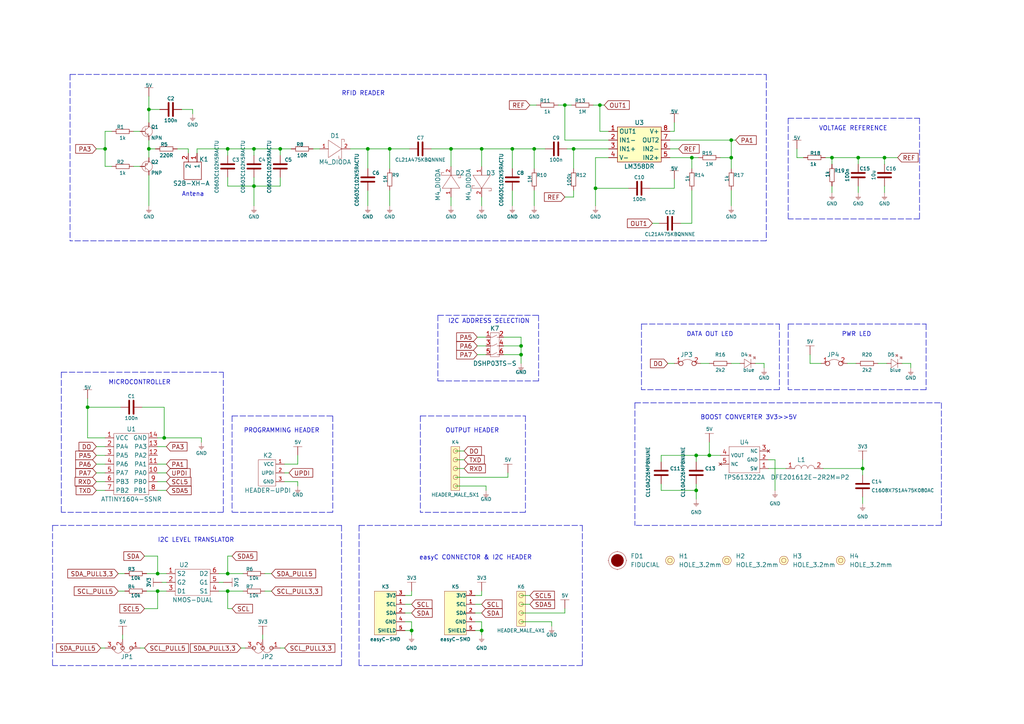
<source format=kicad_sch>
(kicad_sch (version 20211123) (generator eeschema)
  (paper "A4")
  (title_block (title "RFID Reader 125kHz") (date "05-04-2022") (rev "V1.0.0.") (company "SOLDERED") (comment 1 "333154"))
  (lib_symbols
    (symbol "e-radionica.com schematics:0402LED" (pin_numbers hide) (pin_names (offset 0.254) hide)
      (property "Reference" "D" (at -0.635 2.54 0))
      (property "Value" "0402LED" (at 0 -2.54 0))
      (symbol "0402LED_1_1"
        (pin passive line (at -1.905 0 0) (length 1.27) (name "A") (number "1"))
        (pin passive line (at 2.54 0 180) (length 1.27) (name "K") (number "2"))
      )
    )
    (symbol "e-radionica.com schematics:0402R" (pin_numbers hide) (pin_names (offset 0.254))
      (property "Reference" "R" (at -1.905 1.27 0))
      (property "Value" "0402R" (at 0 -1.27 0))
      (symbol "0402R_1_1"
        (pin passive line (at -3.175 0 0) (length 1.27) (name "~") (number "1"))
        (pin passive line (at 3.175 0 180) (length 1.27) (name "~") (number "2"))
      )
    )
    (symbol "e-radionica.com schematics:0603C" (pin_numbers hide) (pin_names (offset 0.002))
      (property "Reference" "C" (at -0.635 3.175 0))
      (property "Value" "0603C" (at 0 -3.175 0))
      (symbol "0603C_1_1"
        (pin passive line (at -3.175 0 0) (length 2.54) (name "~") (number "1"))
        (pin passive line (at 3.175 0 180) (length 2.54) (name "~") (number "2"))
      )
    )
    (symbol "e-radionica.com schematics:0603R" (pin_numbers hide) (pin_names (offset 0.254))
      (property "Reference" "R" (at -1.905 1.905 0))
      (property "Value" "0603R" (at 0 -1.905 0))
      (symbol "0603R_1_1"
        (pin passive line (at -3.175 0 0) (length 1.27) (name "~") (number "1"))
        (pin passive line (at 3.175 0 180) (length 1.27) (name "~") (number "2"))
      )
    )
    (symbol "e-radionica.com schematics:0805C" (pin_numbers hide)
      (property "Reference" "C" (at -0.635 3.175 0))
      (property "Value" "0805C" (at 0 -3.175 0))
      (symbol "0805C_1_1"
        (pin passive line (at -3.175 0 0) (length 2.54) (name "~") (number "1"))
        (pin passive line (at 3.175 0 180) (length 2.54) (name "~") (number "2"))
      )
    )
    (symbol "e-radionica.com schematics:0806L"
      (property "Reference" "L" (at 0 1.905 0))
      (property "Value" "0806L" (at 0 -1.27 0))
      (symbol "0806L_1_1"
        (pin passive line (at -5.715 0 0) (length 2.54) (name "") (number "1"))
        (pin passive line (at 5.08 0 180) (length 2.54) (name "") (number "2"))
      )
    )
    (symbol "e-radionica.com schematics:1206C" (pin_numbers hide)
      (property "Reference" "C" (at -0.635 3.175 0))
      (property "Value" "1206C" (at 0 -3.175 0))
      (symbol "1206C_1_1"
        (pin passive line (at -3.175 0 0) (length 2.54) (name "~") (number "1"))
        (pin passive line (at 3.175 0 180) (length 2.54) (name "~") (number "2"))
      )
    )
    (symbol "e-radionica.com schematics:3V3" (power) (pin_names (offset 0))
      (property "Value" "3V3" (at 0 3.556 0))
      (symbol "3V3_1_1"
        (pin power_in line (at 0 0 90) (length 0) hide (name "3V3") (number "1"))
      )
    )
    (symbol "e-radionica.com schematics:5V" (power) (pin_names (offset 0))
      (property "Value" "5V" (at 0 3.556 0))
      (symbol "5V_1_1"
        (pin power_in line (at 0 0 90) (length 0) hide (name "5V") (number "1"))
      )
    )
    (symbol "e-radionica.com schematics:ATTINY1604-SSNR"
      (property "Reference" "U" (at 0 10.16 0))
      (property "Value" "ATTINY1604-SSNR" (at 0 -10.16 0))
      (symbol "ATTINY1604-SSNR_1_1"
        (pin passive line (at -7.62 7.62 0) (length 2.54) (name "VCC") (number "1"))
        (pin passive line (at 7.62 -2.54 180) (length 2.54) (name "PA0") (number "10"))
        (pin passive line (at 7.62 0 180) (length 2.54) (name "PA1") (number "11"))
        (pin passive line (at 7.62 2.54 180) (length 2.54) (name "PA2") (number "12"))
        (pin passive line (at 7.62 5.08 180) (length 2.54) (name "PA3") (number "13"))
        (pin passive line (at 7.62 7.62 180) (length 2.54) (name "GND") (number "14"))
        (pin passive line (at -7.62 5.08 0) (length 2.54) (name "PA4") (number "2"))
        (pin passive line (at -7.62 2.54 0) (length 2.54) (name "PA5") (number "3"))
        (pin passive line (at -7.62 0 0) (length 2.54) (name "PA6") (number "4"))
        (pin passive line (at -7.62 -2.54 0) (length 2.54) (name "PA7") (number "5"))
        (pin passive line (at -7.62 -5.08 0) (length 2.54) (name "PB3") (number "6"))
        (pin passive line (at -7.62 -7.62 0) (length 2.54) (name "PB2") (number "7"))
        (pin passive line (at 7.62 -7.62 180) (length 2.54) (name "PB1") (number "8"))
        (pin passive line (at 7.62 -5.08 180) (length 2.54) (name "PB0") (number "9"))
      )
    )
    (symbol "e-radionica.com schematics:DSHP03TS-S"
      (property "Reference" "K" (at 0 5.08 0))
      (property "Value" "DSHP03TS-S" (at 0 -5.08 0))
      (symbol "DSHP03TS-S_1_1"
        (pin bidirectional line (at -2.54 2.54 0) (length 1.27) (name "~") (number "1"))
        (pin bidirectional line (at 2.54 2.54 180) (length 1.27) (name "~") (number "2"))
        (pin bidirectional line (at -2.54 0 0) (length 1.27) (name "~") (number "3"))
        (pin bidirectional line (at 2.54 0 180) (length 1.27) (name "~") (number "4"))
        (pin bidirectional line (at -2.54 -2.54 0) (length 1.27) (name "~") (number "5"))
        (pin bidirectional line (at 2.54 -2.54 180) (length 1.27) (name "~") (number "6"))
      )
    )
    (symbol "e-radionica.com schematics:FIDUCIAL" (in_bom no)
      (property "Reference" "FD" (at 0 3.81 0))
      (property "Value" "FIDUCIAL" (at 0 -3.81 0))
    )
    (symbol "e-radionica.com schematics:GND" (power) (pin_names (offset 0))
      (property "Value" "GND" (at 0 -2.921 0))
      (symbol "GND_1_1"
        (pin power_in line (at 0 0 270) (length 0) hide (name "GND") (number "1"))
      )
    )
    (symbol "e-radionica.com schematics:GND_3" (power) (pin_names (offset 0))
      (property "Value" "GND" (at 0 -2.921 0))
      (symbol "GND_3_1_1"
        (pin power_in line (at 0 0 270) (length 0) hide (name "GND") (number "1"))
      )
    )
    (symbol "e-radionica.com schematics:HEADER-UPDI"
      (property "Reference" "K" (at -1.27 5.08 0))
      (property "Value" "HEADER-UPDI" (at 0 -5.08 0))
      (symbol "HEADER-UPDI_1_1"
        (pin power_in line (at 5.08 2.54 180) (length 2.54) (name "VCC") (number "1"))
        (pin bidirectional line (at 5.08 0 180) (length 2.54) (name "UPDI") (number "2"))
        (pin power_in line (at 5.08 -2.54 180) (length 2.54) (name "GND") (number "3"))
      )
    )
    (symbol "e-radionica.com schematics:HEADER_MALE_4X1" (pin_numbers hide) (pin_names hide)
      (property "Reference" "K" (at -0.635 7.62 0))
      (property "Value" "HEADER_MALE_4X1" (at 0 -5.08 0))
      (symbol "HEADER_MALE_4X1_1_1"
        (pin passive line (at 0 -2.54 180) (length 0) (name "~") (number "1"))
        (pin passive line (at 0 0 180) (length 0) (name "~") (number "2"))
        (pin passive line (at 0 2.54 180) (length 0) (name "~") (number "3"))
        (pin passive line (at 0 5.08 180) (length 0) (name "~") (number "4"))
      )
    )
    (symbol "e-radionica.com schematics:HEADER_MALE_5X1" (pin_numbers hide) (pin_names hide)
      (property "Reference" "K" (at -0.635 7.62 0))
      (property "Value" "HEADER_MALE_5X1" (at 0.635 -7.62 0))
      (symbol "HEADER_MALE_5X1_1_1"
        (pin passive line (at 0 -5.08 180) (length 0) (name "~") (number "1"))
        (pin passive line (at 0 -2.54 180) (length 0) (name "~") (number "2"))
        (pin passive line (at 0 0 180) (length 0) (name "~") (number "3"))
        (pin passive line (at 0 2.54 180) (length 0) (name "~") (number "4"))
        (pin passive line (at 0 5.08 180) (length 0) (name "~") (number "5"))
      )
    )
    (symbol "e-radionica.com schematics:HOLE_3.2mm" (pin_numbers hide) (pin_names hide)
      (property "Reference" "H" (at 0 2.54 0))
      (property "Value" "HOLE_3.2mm" (at 0 -2.54 0))
    )
    (symbol "e-radionica.com schematics:LM358DR"
      (property "Reference" "U" (at 0 7.62 0))
      (property "Value" "LM358DR" (at 0 10.16 0))
      (symbol "LM358DR_1_1"
        (pin output line (at -10.16 3.81 0) (length 2.54) (name "OUT1") (number "1"))
        (pin input line (at -10.16 1.27 0) (length 2.54) (name "IN1-") (number "2"))
        (pin input line (at -10.16 -1.27 0) (length 2.54) (name "IN1+") (number "3"))
        (pin input line (at -10.16 -3.81 0) (length 2.54) (name "V-") (number "4"))
        (pin input line (at 7.62 -3.81 180) (length 2.54) (name "IN2+") (number "5"))
        (pin input line (at 7.62 -1.27 180) (length 2.54) (name "IN2-") (number "6"))
        (pin output line (at 7.62 1.27 180) (length 2.54) (name "OUT2") (number "7"))
        (pin input line (at 7.62 3.81 180) (length 2.54) (name "V+") (number "8"))
      )
    )
    (symbol "e-radionica.com schematics:M4_DIODA" (pin_names hide)
      (property "Reference" "D" (at 0 3.81 0))
      (property "Value" "M4_DIODA" (at 0 -4.572 0))
      (symbol "M4_DIODA_1_1"
        (pin passive line (at -5.08 0 0) (length 2.54) (name "A") (number "1"))
        (pin passive line (at 3.81 0 180) (length 2.54) (name "K") (number "2"))
      )
    )
    (symbol "e-radionica.com schematics:NMOS-DUAL"
      (property "Reference" "U" (at -3.81 5.08 0))
      (property "Value" "NMOS-DUAL" (at 0 -5.08 0))
      (symbol "NMOS-DUAL_1_1"
        (pin input line (at -7.62 2.54 0) (length 2.54) (name "S2") (number "1"))
        (pin input line (at -7.62 0 0) (length 2.54) (name "G2") (number "2"))
        (pin input line (at -7.62 -2.54 0) (length 2.54) (name "D1") (number "3"))
        (pin input line (at 7.62 -2.54 180) (length 2.54) (name "S1") (number "4"))
        (pin input line (at 7.62 0 180) (length 2.54) (name "G1") (number "5"))
        (pin input line (at 7.62 2.54 180) (length 2.54) (name "D2") (number "6"))
      )
    )
    (symbol "e-radionica.com schematics:NPN-SOT-23-3" (pin_numbers hide) (pin_names hide)
      (property "Reference" "Q" (at -2.286 2.921 0))
      (property "Value" "NPN-SOT-23-3" (at 0 -3.81 0))
      (symbol "NPN-SOT-23-3_1_1"
        (pin passive line (at -2.54 0 0) (length 1.27) (name "B") (number "1"))
        (pin passive line (at 0 -2.54 90) (length 1.27) (name "E") (number "2"))
        (pin passive line (at 0 2.54 270) (length 1.27) (name "C") (number "3"))
      )
    )
    (symbol "e-radionica.com schematics:PNP-SOT-23-3" (pin_numbers hide) (pin_names hide)
      (property "Reference" "Q" (at -1.778 2.4892 0))
      (property "Value" "PNP-SOT-23-3" (at -0.0508 -2.9464 0))
      (symbol "PNP-SOT-23-3_1_1"
        (pin passive line (at -2.54 0 0) (length 1.27) (name "B") (number "1"))
        (pin passive line (at 0 -2.54 90) (length 1.27) (name "E") (number "2"))
        (pin passive line (at 0 2.54 270) (length 1.27) (name "C") (number "3"))
      )
    )
    (symbol "e-radionica.com schematics:S2B-XH-A"
      (property "Reference" "K" (at 0 -3.81 0))
      (property "Value" "S2B-XH-A" (at 0 3.81 0))
      (symbol "S2B-XH-A_1_1"
        (pin input line (at -5.08 1.27 0) (length 2.54) (name "1") (number "1"))
        (pin input line (at -5.08 -1.27 0) (length 2.54) (name "2") (number "2"))
      )
    )
    (symbol "e-radionica.com schematics:SMD-JUMPER-CONNECTED_TRACE_SLODERMASK"
      (property "Reference" "JP" (at 0 3.556 0))
      (property "Value" "SMD-JUMPER-CONNECTED_TRACE_SLODERMASK" (at 0 -2.54 0))
      (symbol "SMD-JUMPER-CONNECTED_TRACE_SLODERMASK_1_1"
        (pin passive inverted (at -3.81 0 0) (length 2.54) (name "") (number "1"))
        (pin passive inverted (at 3.81 0 180) (length 2.54) (name "") (number "2"))
      )
    )
    (symbol "e-radionica.com schematics:SMD_JUMPER_3_PAD_TRACE"
      (property "Reference" "JP" (at 0.0254 5.461 0))
      (property "Value" "SMD_JUMPER_3_PAD_TRACE" (at 0.3048 -4.572 0))
      (symbol "SMD_JUMPER_3_PAD_TRACE_1_1"
        (pin input line (at -5.08 0 0) (length 2.54) (name "") (number "1"))
        (pin input line (at 0 -2.54 90) (length 2.54) (name "") (number "2"))
        (pin input line (at 5.08 0 180) (length 2.54) (name "") (number "3"))
      )
    )
    (symbol "e-radionica.com schematics:SMD_JUMPER_3_PAD_TRACE_1"
      (property "Reference" "JP" (at 0.0254 5.461 0))
      (property "Value" "SMD_JUMPER_3_PAD_TRACE" (at 0.3048 -4.572 0))
      (symbol "SMD_JUMPER_3_PAD_TRACE_1_1_1"
        (pin input line (at -5.08 0 0) (length 2.54) (name "") (number "1"))
        (pin input line (at 0 -2.54 90) (length 2.54) (name "") (number "2"))
        (pin input line (at 5.08 0 180) (length 2.54) (name "") (number "3"))
      )
    )
    (symbol "e-radionica.com schematics:TPS613222A"
      (property "Reference" "U" (at 0 5.08 0))
      (property "Value" "TPS613222A" (at 0 -5.08 0))
      (symbol "TPS613222A_1_1"
        (pin passive line (at 6.985 -2.54 180) (length 2.54) (name "SW") (number "1"))
        (pin passive line (at 6.985 0 180) (length 2.54) (name "GND") (number "2"))
        (pin no_connect line (at 6.985 2.54 180) (length 2.54) (name "NC") (number "3"))
        (pin passive line (at -6.985 1.27 0) (length 2.54) (name "VOUT") (number "4"))
        (pin no_connect line (at -6.985 -1.27 0) (length 2.54) (name "NC") (number "5"))
      )
    )
    (symbol "e-radionica.com schematics:easyC-SMD" (pin_names (offset 0.002))
      (property "Reference" "K" (at -2.54 10.16 0))
      (property "Value" "easyC-SMD" (at 0 -5.08 0))
      (symbol "easyC-SMD_1_1"
        (pin passive line (at 5.715 5.08 180) (length 2.54) (name "SCL") (number "1"))
        (pin passive line (at 5.715 2.54 180) (length 2.54) (name "SDA") (number "2"))
        (pin passive line (at 5.715 7.62 180) (length 2.54) (name "3V3") (number "3"))
        (pin passive line (at 5.715 0 180) (length 2.54) (name "GND") (number "4"))
        (pin passive line (at 5.715 -2.54 180) (length 2.54) (name "SHIELD") (number "5"))
      )
    )
  )
  (junction (at 248.92 45.72) (diameter 0.9144))
  (junction (at 30.48 43.18) (diameter 0.9144))
  (junction (at 163.83 30.48) (diameter 0.9144))
  (junction (at 73.66 53.975) (diameter 0.9144))
  (junction (at 139.7 182.88) (diameter 0.9144))
  (junction (at 73.66 43.18) (diameter 0.9144))
  (junction (at 139.7 43.18) (diameter 0.9144))
  (junction (at 200.66 45.72) (diameter 0.9144))
  (junction (at 148.59 43.18) (diameter 0.9144))
  (junction (at 172.72 54.61) (diameter 0.9144))
  (junction (at 66.04 171.45) (diameter 0.9144))
  (junction (at 166.37 43.18) (diameter 0.9144))
  (junction (at 45.72 171.45) (diameter 0.9144))
  (junction (at 201.93 132.08) (diameter 0.9144))
  (junction (at 205.74 132.08) (diameter 0.9144))
  (junction (at 119.38 182.88) (diameter 0.9144))
  (junction (at 151.13 100.33) (diameter 0.9144))
  (junction (at 43.18 43.18) (diameter 0.9144))
  (junction (at 81.28 43.18) (diameter 0.9144))
  (junction (at 66.04 166.37) (diameter 0.9144))
  (junction (at 25.4 118.11) (diameter 0.9144))
  (junction (at 201.93 142.24) (diameter 0.9144))
  (junction (at 45.72 166.37) (diameter 0.9144))
  (junction (at 241.3 45.72) (diameter 0.9144))
  (junction (at 256.54 45.72) (diameter 0.9144))
  (junction (at 250.19 135.89) (diameter 0.9144))
  (junction (at 212.09 40.64) (diameter 0.9144))
  (junction (at 43.18 31.75) (diameter 0.9144))
  (junction (at 47.625 127) (diameter 0.9144))
  (junction (at 106.68 43.18) (diameter 0.9144))
  (junction (at 113.03 43.18) (diameter 0.9144))
  (junction (at 173.99 30.48) (diameter 0.9144))
  (junction (at 130.81 43.18) (diameter 0.9144))
  (junction (at 151.13 102.87) (diameter 0.9144))
  (junction (at 154.94 43.18) (diameter 0.9144))
  (junction (at 212.09 45.72) (diameter 0.9144))
  (junction (at 66.04 43.18) (diameter 0.9144))
  (wire (pts (xy 201.93 140.335) (xy 201.93 142.24)))
  (wire (pts (xy 248.92 53.975) (xy 248.92 55.88)))
  (wire (pts (xy 45.72 171.45) (xy 48.26 171.45)))
  (wire (pts (xy 139.7 182.88) (xy 139.7 184.15)))
  (wire (pts (xy 191.77 140.335) (xy 191.77 142.24)))
  (wire (pts (xy 194.31 43.18) (xy 196.85 43.18)))
  (wire (pts (xy 166.37 43.18) (xy 166.37 48.895)))
  (polyline (pts (xy 184.15 116.84) (xy 184.15 152.4)) (stroke (width 0) (type dash)))
  (polyline (pts (xy 184.15 116.84) (xy 273.05 116.84)) (stroke (width 0) (type dash)))
  (polyline (pts (xy 273.05 116.84) (xy 273.05 152.4)) (stroke (width 0) (type dash)))
  (polyline (pts (xy 273.05 152.4) (xy 184.15 152.4)) (stroke (width 0) (type dash)))
  (wire (pts (xy 163.83 177.8) (xy 163.83 176.53)))
  (wire (pts (xy 146.05 97.79) (xy 151.13 97.79)))
  (wire (pts (xy 188.595 54.61) (xy 195.58 54.61)))
  (wire (pts (xy 195.58 52.07) (xy 195.58 54.61)))
  (wire (pts (xy 45.72 139.7) (xy 48.26 139.7)))
  (wire (pts (xy 160.02 180.34) (xy 160.02 181.61)))
  (wire (pts (xy 132.08 133.35) (xy 134.62 133.35)))
  (wire (pts (xy 151.13 172.72) (xy 153.67 172.72)))
  (wire (pts (xy 139.7 57.15) (xy 139.7 59.69)))
  (wire (pts (xy 57.15 43.18) (xy 57.15 44.45)))
  (wire (pts (xy 117.475 172.72) (xy 119.38 172.72)))
  (wire (pts (xy 117.475 182.88) (xy 119.38 182.88)))
  (wire (pts (xy 125.095 43.18) (xy 130.81 43.18)))
  (wire (pts (xy 137.795 182.88) (xy 139.7 182.88)))
  (wire (pts (xy 164.465 43.18) (xy 166.37 43.18)))
  (wire (pts (xy 166.37 43.18) (xy 176.53 43.18)))
  (wire (pts (xy 43.18 31.75) (xy 43.18 27.94)))
  (wire (pts (xy 46.355 31.75) (xy 43.18 31.75)))
  (wire (pts (xy 130.81 43.18) (xy 139.7 43.18)))
  (wire (pts (xy 130.81 48.26) (xy 130.81 43.18)))
  (wire (pts (xy 256.54 45.72) (xy 260.35 45.72)))
  (polyline (pts (xy 121.92 120.65) (xy 121.92 148.59)) (stroke (width 0) (type dash)))
  (polyline (pts (xy 121.92 120.65) (xy 152.4 120.65)) (stroke (width 0) (type dash)))
  (polyline (pts (xy 152.4 120.65) (xy 152.4 148.59)) (stroke (width 0) (type dash)))
  (polyline (pts (xy 152.4 148.59) (xy 121.92 148.59)) (stroke (width 0) (type dash)))
  (wire (pts (xy 66.04 51.435) (xy 66.04 53.975)))
  (wire (pts (xy 66.04 53.975) (xy 73.66 53.975)))
  (wire (pts (xy 201.93 133.985) (xy 201.93 132.08)))
  (wire (pts (xy 67.31 161.29) (xy 66.04 161.29)))
  (wire (pts (xy 52.705 31.75) (xy 55.88 31.75)))
  (wire (pts (xy 55.88 31.75) (xy 55.88 33.02)))
  (wire (pts (xy 191.77 142.24) (xy 201.93 142.24)))
  (wire (pts (xy 73.66 43.18) (xy 66.04 43.18)))
  (wire (pts (xy 81.28 43.18) (xy 73.66 43.18)))
  (wire (pts (xy 81.28 45.085) (xy 81.28 43.18)))
  (wire (pts (xy 34.29 171.45) (xy 36.195 171.45)))
  (wire (pts (xy 43.18 43.18) (xy 43.18 45.72)))
  (wire (pts (xy 151.13 102.87) (xy 151.13 105.41)))
  (polyline (pts (xy 127 91.44) (xy 156.21 91.44)) (stroke (width 0) (type dash)))
  (wire (pts (xy 117.475 180.34) (xy 119.38 180.34)))
  (wire (pts (xy 45.72 176.53) (xy 45.72 171.45)))
  (wire (pts (xy 51.435 43.18) (xy 54.61 43.18)))
  (wire (pts (xy 54.61 43.18) (xy 54.61 44.45)))
  (wire (pts (xy 148.59 55.245) (xy 148.59 59.69)))
  (wire (pts (xy 138.43 100.33) (xy 140.97 100.33)))
  (wire (pts (xy 151.13 177.8) (xy 163.83 177.8)))
  (wire (pts (xy 132.08 140.97) (xy 140.97 140.97)))
  (polyline (pts (xy 156.21 110.49) (xy 127 110.49)) (stroke (width 0) (type dash)))
  (polyline (pts (xy 268.605 93.98) (xy 268.605 113.03)) (stroke (width 0) (type dash)))
  (wire (pts (xy 66.04 171.45) (xy 70.485 171.45)))
  (wire (pts (xy 76.835 171.45) (xy 78.74 171.45)))
  (wire (pts (xy 138.43 102.87) (xy 140.97 102.87)))
  (polyline (pts (xy 226.06 113.03) (xy 186.055 113.03)) (stroke (width 0) (type dash)))
  (wire (pts (xy 163.83 57.15) (xy 166.37 57.15)))
  (wire (pts (xy 166.37 57.15) (xy 166.37 55.245)))
  (wire (pts (xy 43.18 40.64) (xy 43.18 43.18)))
  (wire (pts (xy 43.18 43.18) (xy 45.085 43.18)))
  (wire (pts (xy 73.66 53.975) (xy 73.66 59.69)))
  (wire (pts (xy 189.23 64.77) (xy 191.135 64.77)))
  (wire (pts (xy 234.95 105.41) (xy 234.95 102.87)))
  (wire (pts (xy 117.475 177.8) (xy 119.38 177.8)))
  (wire (pts (xy 139.7 180.34) (xy 139.7 182.88)))
  (wire (pts (xy 38.735 48.26) (xy 40.64 48.26)))
  (wire (pts (xy 25.4 115.57) (xy 25.4 118.11)))
  (wire (pts (xy 25.4 118.11) (xy 25.4 127)))
  (wire (pts (xy 132.08 130.81) (xy 134.62 130.81)))
  (wire (pts (xy 42.545 171.45) (xy 45.72 171.45)))
  (wire (pts (xy 90.805 43.18) (xy 92.71 43.18)))
  (wire (pts (xy 41.91 176.53) (xy 45.72 176.53)))
  (wire (pts (xy 27.94 129.54) (xy 30.48 129.54)))
  (wire (pts (xy 25.4 118.11) (xy 34.925 118.11)))
  (wire (pts (xy 43.18 50.8) (xy 43.18 59.69)))
  (wire (pts (xy 201.93 132.08) (xy 205.74 132.08)))
  (wire (pts (xy 40.64 187.96) (xy 41.91 187.96)))
  (wire (pts (xy 264.16 105.41) (xy 264.16 106.68)))
  (wire (pts (xy 137.795 175.26) (xy 139.7 175.26)))
  (wire (pts (xy 197.485 64.77) (xy 200.66 64.77)))
  (wire (pts (xy 66.04 176.53) (xy 66.04 171.45)))
  (wire (pts (xy 27.94 142.24) (xy 30.48 142.24)))
  (wire (pts (xy 250.19 144.145) (xy 250.19 146.05)))
  (wire (pts (xy 241.3 53.975) (xy 241.3 55.88)))
  (wire (pts (xy 212.09 40.64) (xy 212.09 45.72)))
  (wire (pts (xy 113.03 55.245) (xy 113.03 59.69)))
  (wire (pts (xy 154.94 55.245) (xy 154.94 59.69)))
  (wire (pts (xy 139.7 43.18) (xy 148.59 43.18)))
  (wire (pts (xy 148.59 43.18) (xy 154.94 43.18)))
  (wire (pts (xy 154.94 43.18) (xy 158.115 43.18)))
  (wire (pts (xy 119.38 172.72) (xy 119.38 171.45)))
  (wire (pts (xy 173.99 30.48) (xy 175.26 30.48)))
  (wire (pts (xy 106.68 55.245) (xy 106.68 59.69)))
  (wire (pts (xy 212.09 55.245) (xy 212.09 59.69)))
  (polyline (pts (xy 67.31 120.65) (xy 96.52 120.65)) (stroke (width 0) (type dash)))
  (polyline (pts (xy 268.605 113.03) (xy 228.6 113.03)) (stroke (width 0) (type dash)))
  (wire (pts (xy 208.915 45.72) (xy 212.09 45.72)))
  (wire (pts (xy 212.09 45.72) (xy 212.09 48.895)))
  (wire (pts (xy 45.72 166.37) (xy 48.26 166.37)))
  (wire (pts (xy 76.835 166.37) (xy 78.74 166.37)))
  (wire (pts (xy 221.615 105.41) (xy 219.075 105.41)))
  (wire (pts (xy 238.76 135.89) (xy 250.19 135.89)))
  (wire (pts (xy 212.09 105.41) (xy 214.63 105.41)))
  (polyline (pts (xy 186.055 93.98) (xy 226.06 93.98)) (stroke (width 0) (type dash)))
  (wire (pts (xy 148.59 43.18) (xy 148.59 48.895)))
  (polyline (pts (xy 186.055 93.98) (xy 186.055 113.03)) (stroke (width 0) (type dash)))
  (wire (pts (xy 38.735 38.1) (xy 40.64 38.1)))
  (wire (pts (xy 132.08 135.89) (xy 134.62 135.89)))
  (wire (pts (xy 73.66 51.435) (xy 73.66 53.975)))
  (wire (pts (xy 137.795 180.34) (xy 139.7 180.34)))
  (wire (pts (xy 101.6 43.18) (xy 106.68 43.18)))
  (wire (pts (xy 106.68 43.18) (xy 113.03 43.18)))
  (wire (pts (xy 201.93 142.24) (xy 201.93 144.78)))
  (wire (pts (xy 119.38 182.88) (xy 119.38 184.15)))
  (wire (pts (xy 191.77 132.08) (xy 201.93 132.08)))
  (wire (pts (xy 151.13 97.79) (xy 151.13 100.33)))
  (wire (pts (xy 45.72 161.29) (xy 45.72 166.37)))
  (wire (pts (xy 119.38 180.34) (xy 119.38 182.88)))
  (wire (pts (xy 137.795 172.72) (xy 139.7 172.72)))
  (wire (pts (xy 200.66 55.245) (xy 200.66 64.77)))
  (wire (pts (xy 154.94 43.18) (xy 154.94 48.895)))
  (wire (pts (xy 245.745 105.41) (xy 248.285 105.41)))
  (wire (pts (xy 69.85 187.96) (xy 71.12 187.96)))
  (polyline (pts (xy 20.32 21.59) (xy 20.32 69.85)) (stroke (width 0) (type dash)))
  (polyline (pts (xy 20.32 21.59) (xy 222.25 21.59)) (stroke (width 0) (type dash)))
  (polyline (pts (xy 222.25 21.59) (xy 222.25 69.85)) (stroke (width 0) (type dash)))
  (polyline (pts (xy 222.25 69.85) (xy 20.32 69.85)) (stroke (width 0) (type dash)))
  (wire (pts (xy 34.29 166.37) (xy 36.195 166.37)))
  (wire (pts (xy 41.91 161.29) (xy 45.72 161.29)))
  (wire (pts (xy 153.67 30.48) (xy 155.575 30.48)))
  (wire (pts (xy 46.99 168.91) (xy 48.26 168.91)))
  (wire (pts (xy 248.92 45.72) (xy 248.92 47.625)))
  (polyline (pts (xy 226.06 93.98) (xy 226.06 113.03)) (stroke (width 0) (type dash)))
  (wire (pts (xy 63.5 171.45) (xy 66.04 171.45)))
  (wire (pts (xy 208.915 132.08) (xy 205.74 132.08)))
  (wire (pts (xy 254.635 105.41) (xy 257.175 105.41)))
  (wire (pts (xy 35.56 184.15) (xy 35.56 185.42)))
  (wire (pts (xy 250.19 133.35) (xy 250.19 135.89)))
  (wire (pts (xy 138.43 97.79) (xy 140.97 97.79)))
  (wire (pts (xy 193.675 105.41) (xy 195.58 105.41)))
  (wire (pts (xy 132.08 138.43) (xy 147.32 138.43)))
  (wire (pts (xy 27.94 139.7) (xy 30.48 139.7)))
  (wire (pts (xy 106.68 43.18) (xy 106.68 48.895)))
  (wire (pts (xy 82.55 139.7) (xy 86.36 139.7)))
  (wire (pts (xy 86.36 139.7) (xy 86.36 140.97)))
  (wire (pts (xy 113.03 43.18) (xy 113.03 48.895)))
  (wire (pts (xy 76.2 184.15) (xy 76.2 185.42)))
  (wire (pts (xy 81.28 187.96) (xy 82.55 187.96)))
  (wire (pts (xy 256.54 53.975) (xy 256.54 55.88)))
  (wire (pts (xy 172.72 54.61) (xy 182.245 54.61)))
  (wire (pts (xy 137.795 177.8) (xy 139.7 177.8)))
  (wire (pts (xy 195.58 35.56) (xy 195.58 38.1)))
  (wire (pts (xy 195.58 38.1) (xy 194.31 38.1)))
  (wire (pts (xy 63.5 166.37) (xy 66.04 166.37)))
  (wire (pts (xy 57.15 43.18) (xy 66.04 43.18)))
  (wire (pts (xy 66.04 45.085) (xy 66.04 43.18)))
  (wire (pts (xy 73.66 53.975) (xy 81.28 53.975)))
  (wire (pts (xy 81.28 51.435) (xy 81.28 53.975)))
  (wire (pts (xy 63.5 168.91) (xy 64.77 168.91)))
  (polyline (pts (xy 228.6 93.98) (xy 228.6 113.03)) (stroke (width 0) (type dash)))
  (wire (pts (xy 221.615 105.41) (xy 221.615 106.68)))
  (wire (pts (xy 27.94 134.62) (xy 30.48 134.62)))
  (wire (pts (xy 146.05 102.87) (xy 151.13 102.87)))
  (polyline (pts (xy 67.31 120.65) (xy 67.31 148.59)) (stroke (width 0) (type dash)))
  (polyline (pts (xy 15.24 152.4) (xy 15.24 193.04)) (stroke (width 0) (type dash)))
  (polyline (pts (xy 15.24 152.4) (xy 99.06 152.4)) (stroke (width 0) (type dash)))
  (polyline (pts (xy 99.06 152.4) (xy 99.06 193.04)) (stroke (width 0) (type dash)))
  (polyline (pts (xy 99.06 193.04) (xy 15.24 193.04)) (stroke (width 0) (type dash)))
  (polyline (pts (xy 127 91.44) (xy 127 110.49)) (stroke (width 0) (type dash)))
  (wire (pts (xy 139.7 48.26) (xy 139.7 43.18)))
  (wire (pts (xy 82.55 134.62) (xy 86.36 134.62)))
  (wire (pts (xy 86.36 134.62) (xy 86.36 132.08)))
  (wire (pts (xy 239.395 45.72) (xy 241.3 45.72)))
  (wire (pts (xy 241.3 45.72) (xy 248.92 45.72)))
  (wire (pts (xy 248.92 45.72) (xy 256.54 45.72)))
  (wire (pts (xy 256.54 45.72) (xy 256.54 47.625)))
  (wire (pts (xy 151.13 175.26) (xy 153.67 175.26)))
  (wire (pts (xy 30.48 38.1) (xy 30.48 43.18)))
  (wire (pts (xy 30.48 43.18) (xy 30.48 48.26)))
  (wire (pts (xy 30.48 48.26) (xy 32.385 48.26)))
  (wire (pts (xy 32.385 38.1) (xy 30.48 38.1)))
  (wire (pts (xy 66.04 161.29) (xy 66.04 166.37)))
  (wire (pts (xy 45.72 127) (xy 47.625 127)))
  (wire (pts (xy 47.625 127) (xy 58.42 127)))
  (wire (pts (xy 58.42 127) (xy 58.42 128.27)))
  (wire (pts (xy 81.28 43.18) (xy 84.455 43.18)))
  (wire (pts (xy 151.13 100.33) (xy 151.13 102.87)))
  (wire (pts (xy 45.72 134.62) (xy 48.26 134.62)))
  (wire (pts (xy 151.13 180.34) (xy 160.02 180.34)))
  (wire (pts (xy 222.885 135.89) (xy 227.965 135.89)))
  (wire (pts (xy 27.94 132.08) (xy 30.48 132.08)))
  (polyline (pts (xy 17.78 107.95) (xy 17.78 148.59)) (stroke (width 0) (type dash)))
  (polyline (pts (xy 17.78 107.95) (xy 64.77 107.95)) (stroke (width 0) (type dash)))
  (polyline (pts (xy 64.77 107.95) (xy 64.77 148.59)) (stroke (width 0) (type dash)))
  (polyline (pts (xy 64.77 148.59) (xy 17.78 148.59)) (stroke (width 0) (type dash)))
  (wire (pts (xy 200.66 45.72) (xy 200.66 48.895)))
  (wire (pts (xy 66.04 166.37) (xy 70.485 166.37)))
  (wire (pts (xy 43.18 31.75) (xy 43.18 35.56)))
  (wire (pts (xy 113.03 43.18) (xy 118.745 43.18)))
  (polyline (pts (xy 96.52 148.59) (xy 67.31 148.59)) (stroke (width 0) (type dash)))
  (wire (pts (xy 140.97 140.97) (xy 140.97 142.24)))
  (wire (pts (xy 146.05 100.33) (xy 151.13 100.33)))
  (wire (pts (xy 205.74 128.27) (xy 205.74 132.08)))
  (wire (pts (xy 73.66 43.18) (xy 73.66 45.085)))
  (wire (pts (xy 173.99 30.48) (xy 172.085 30.48)))
  (wire (pts (xy 173.99 38.1) (xy 173.99 30.48)))
  (wire (pts (xy 176.53 38.1) (xy 173.99 38.1)))
  (wire (pts (xy 241.3 45.72) (xy 241.3 47.625)))
  (wire (pts (xy 45.72 137.16) (xy 48.26 137.16)))
  (wire (pts (xy 161.925 30.48) (xy 163.83 30.48)))
  (wire (pts (xy 163.83 40.64) (xy 163.83 30.48)))
  (wire (pts (xy 176.53 40.64) (xy 163.83 40.64)))
  (wire (pts (xy 191.77 133.985) (xy 191.77 132.08)))
  (wire (pts (xy 42.545 166.37) (xy 45.72 166.37)))
  (wire (pts (xy 212.09 40.64) (xy 213.36 40.64)))
  (wire (pts (xy 82.55 137.16) (xy 83.82 137.16)))
  (wire (pts (xy 30.48 127) (xy 25.4 127)))
  (wire (pts (xy 194.31 40.64) (xy 212.09 40.64)))
  (wire (pts (xy 194.31 45.72) (xy 200.66 45.72)))
  (wire (pts (xy 200.66 45.72) (xy 202.565 45.72)))
  (polyline (pts (xy 156.21 91.44) (xy 156.21 110.49)) (stroke (width 0) (type dash)))
  (wire (pts (xy 172.72 45.72) (xy 172.72 54.61)))
  (wire (pts (xy 172.72 54.61) (xy 172.72 59.69)))
  (wire (pts (xy 176.53 45.72) (xy 172.72 45.72)))
  (wire (pts (xy 45.72 129.54) (xy 48.26 129.54)))
  (wire (pts (xy 67.31 176.53) (xy 66.04 176.53)))
  (wire (pts (xy 163.83 30.48) (xy 165.735 30.48)))
  (wire (pts (xy 45.72 142.24) (xy 48.26 142.24)))
  (wire (pts (xy 139.7 172.72) (xy 139.7 171.45)))
  (wire (pts (xy 222.885 133.35) (xy 224.79 133.35)))
  (polyline (pts (xy 228.6 34.29) (xy 228.6 63.5)) (stroke (width 0) (type dash)))
  (polyline (pts (xy 228.6 34.29) (xy 266.7 34.29)) (stroke (width 0) (type dash)))
  (polyline (pts (xy 266.7 34.29) (xy 266.7 63.5)) (stroke (width 0) (type dash)))
  (polyline (pts (xy 266.7 63.5) (xy 228.6 63.5)) (stroke (width 0) (type dash)))
  (wire (pts (xy 41.275 118.11) (xy 47.625 118.11)))
  (wire (pts (xy 47.625 118.11) (xy 47.625 127)))
  (wire (pts (xy 234.95 105.41) (xy 238.125 105.41)))
  (polyline (pts (xy 228.6 93.98) (xy 268.605 93.98)) (stroke (width 0) (type dash)))
  (wire (pts (xy 27.94 43.18) (xy 30.48 43.18)))
  (wire (pts (xy 264.16 105.41) (xy 261.62 105.41)))
  (wire (pts (xy 203.2 105.41) (xy 205.74 105.41)))
  (wire (pts (xy 117.475 175.26) (xy 119.38 175.26)))
  (wire (pts (xy 147.32 138.43) (xy 147.32 137.16)))
  (wire (pts (xy 130.81 57.15) (xy 130.81 59.69)))
  (wire (pts (xy 27.94 137.16) (xy 30.48 137.16)))
  (wire (pts (xy 29.21 187.96) (xy 30.48 187.96)))
  (wire (pts (xy 231.14 45.72) (xy 231.14 43.18)))
  (wire (pts (xy 233.045 45.72) (xy 231.14 45.72)))
  (polyline (pts (xy 104.14 152.4) (xy 104.14 193.04)) (stroke (width 0) (type dash)))
  (polyline (pts (xy 104.14 152.4) (xy 168.91 152.4)) (stroke (width 0) (type dash)))
  (polyline (pts (xy 168.91 152.4) (xy 168.91 193.04)) (stroke (width 0) (type dash)))
  (polyline (pts (xy 168.91 193.04) (xy 104.14 193.04)) (stroke (width 0) (type dash)))
  (wire (pts (xy 224.79 133.35) (xy 224.79 142.24)))
  (polyline (pts (xy 96.52 120.65) (xy 96.52 148.59)) (stroke (width 0) (type dash)))
  (wire (pts (xy 250.19 135.89) (xy 250.19 137.795)))
  (text "I2C LEVEL TRANSLATOR" (at 67.945 157.48 180) (effects (font (size 1.27 1.27)) (justify right bottom)))
  (text "easyC CONNECTOR & I2C HEADER\n" (at 154.305 162.56 180) (effects (font (size 1.27 1.27)) (justify right bottom)))
  (text "OUTPUT HEADER" (at 144.78 125.73 180) (effects (font (size 1.27 1.27)) (justify right bottom)))
  (text "VOLTAGE REFERENCE" (at 237.49 38.1 0) (effects (font (size 1.27 1.27)) (justify left bottom)))
  (text "I2C ADDRESS SELECTION" (at 153.67 93.98 180) (effects (font (size 1.27 1.27)) (justify right bottom)))
  (text "DATA OUT LED" (at 212.725 97.79 180) (effects (font (size 1.27 1.27)) (justify right bottom)))
  (text "RFID READER" (at 99.06 27.94 0) (effects (font (size 1.27 1.27)) (justify left bottom)))
  (text "Antena" (at 52.705 57.15 0) (effects (font (size 1.27 1.27)) (justify left bottom)))
  (text "PROGRAMMING HEADER" (at 92.71 125.73 180) (effects (font (size 1.27 1.27)) (justify right bottom)))
  (text "BOOST CONVERTER 3V3>>5V" (at 231.14 121.92 180) (effects (font (size 1.27 1.27)) (justify right bottom)))
  (text "MICROCONTROLLER" (at 49.53 111.76 180) (effects (font (size 1.27 1.27)) (justify right bottom)))
  (text "PWR LED" (at 252.73 97.79 180) (effects (font (size 1.27 1.27)) (justify right bottom)))
  (global_label "SDA" (shape input) (at 41.91 161.29 180) (property "Intersheet References" "${INTERSHEET_REFS}" (effects hide)))
  (global_label "SCL" (shape input) (at 67.31 176.53 0) (property "Intersheet References" "${INTERSHEET_REFS}" (effects hide)))
  (global_label "TXD" (shape input) (at 134.62 133.35 0) (property "Intersheet References" "${INTERSHEET_REFS}" (effects hide)))
  (global_label "SDA_PULL5" (shape input) (at 29.21 187.96 180) (property "Intersheet References" "${INTERSHEET_REFS}" (effects hide)))
  (global_label "SCL_PULL5" (shape input) (at 34.29 171.45 180) (property "Intersheet References" "${INTERSHEET_REFS}" (effects hide)))
  (global_label "REF" (shape input) (at 163.83 57.15 180) (property "Intersheet References" "${INTERSHEET_REFS}" (effects hide)))
  (global_label "SDA_PULL3,3" (shape input) (at 69.85 187.96 180) (property "Intersheet References" "${INTERSHEET_REFS}" (effects hide)))
  (global_label "SCL_PULL3,3" (shape input) (at 82.55 187.96 0) (property "Intersheet References" "${INTERSHEET_REFS}" (effects hide)))
  (global_label "OUT1" (shape input) (at 189.23 64.77 180) (property "Intersheet References" "${INTERSHEET_REFS}" (effects hide)))
  (global_label "UPDI" (shape input) (at 48.26 137.16 0) (property "Intersheet References" "${INTERSHEET_REFS}" (effects hide)))
  (global_label "UPDI" (shape input) (at 83.82 137.16 0) (property "Intersheet References" "${INTERSHEET_REFS}" (effects hide)))
  (global_label "SCL5" (shape input) (at 153.67 172.72 0) (property "Intersheet References" "${INTERSHEET_REFS}" (effects hide)))
  (global_label "SDA" (shape input) (at 119.38 177.8 0) (property "Intersheet References" "${INTERSHEET_REFS}" (effects hide)))
  (global_label "PA5" (shape input) (at 138.43 97.79 180) (property "Intersheet References" "${INTERSHEET_REFS}" (effects hide)))
  (global_label "PA1" (shape input) (at 213.36 40.64 0) (property "Intersheet References" "${INTERSHEET_REFS}" (effects hide)))
  (global_label "PA6" (shape input) (at 27.94 134.62 180) (property "Intersheet References" "${INTERSHEET_REFS}" (effects hide)))
  (global_label "DO" (shape input) (at 27.94 129.54 180) (property "Intersheet References" "${INTERSHEET_REFS}" (effects hide)))
  (global_label "SCL" (shape input) (at 139.7 175.26 0) (property "Intersheet References" "${INTERSHEET_REFS}" (effects hide)))
  (global_label "SCL5" (shape input) (at 48.26 139.7 0) (property "Intersheet References" "${INTERSHEET_REFS}" (effects hide)))
  (global_label "PA3" (shape input) (at 48.26 129.54 0) (property "Intersheet References" "${INTERSHEET_REFS}" (effects hide)))
  (global_label "PA3" (shape input) (at 27.94 43.18 180) (property "Intersheet References" "${INTERSHEET_REFS}" (effects hide)))
  (global_label "PA6" (shape input) (at 138.43 100.33 180) (property "Intersheet References" "${INTERSHEET_REFS}" (effects hide)))
  (global_label "SDA5" (shape input) (at 153.67 175.26 0) (property "Intersheet References" "${INTERSHEET_REFS}" (effects hide)))
  (global_label "PA1" (shape input) (at 48.26 134.62 0) (property "Intersheet References" "${INTERSHEET_REFS}" (effects hide)))
  (global_label "SDA_PULL3,3" (shape input) (at 34.29 166.37 180) (property "Intersheet References" "${INTERSHEET_REFS}" (effects hide)))
  (global_label "RXD" (shape input) (at 27.94 139.7 180) (property "Intersheet References" "${INTERSHEET_REFS}" (effects hide)))
  (global_label "REF" (shape input) (at 196.85 43.18 0) (property "Intersheet References" "${INTERSHEET_REFS}" (effects hide)))
  (global_label "SCL_PULL3,3" (shape input) (at 78.74 171.45 0) (property "Intersheet References" "${INTERSHEET_REFS}" (effects hide)))
  (global_label "REF" (shape input) (at 153.67 30.48 180) (property "Intersheet References" "${INTERSHEET_REFS}" (effects hide)))
  (global_label "SCL_PULL5" (shape input) (at 41.91 187.96 0) (property "Intersheet References" "${INTERSHEET_REFS}" (effects hide)))
  (global_label "PA7" (shape input) (at 138.43 102.87 180) (property "Intersheet References" "${INTERSHEET_REFS}" (effects hide)))
  (global_label "DO" (shape input) (at 193.675 105.41 180) (property "Intersheet References" "${INTERSHEET_REFS}" (effects hide)))
  (global_label "SDA_PULL5" (shape input) (at 78.74 166.37 0) (property "Intersheet References" "${INTERSHEET_REFS}" (effects hide)))
  (global_label "SCL5" (shape input) (at 41.91 176.53 180) (property "Intersheet References" "${INTERSHEET_REFS}" (effects hide)))
  (global_label "TXD" (shape input) (at 27.94 142.24 180) (property "Intersheet References" "${INTERSHEET_REFS}" (effects hide)))
  (global_label "REF" (shape input) (at 260.35 45.72 0) (property "Intersheet References" "${INTERSHEET_REFS}" (effects hide)))
  (global_label "SDA5" (shape input) (at 48.26 142.24 0) (property "Intersheet References" "${INTERSHEET_REFS}" (effects hide)))
  (global_label "RXD" (shape input) (at 134.62 135.89 0) (property "Intersheet References" "${INTERSHEET_REFS}" (effects hide)))
  (global_label "SDA" (shape input) (at 139.7 177.8 0) (property "Intersheet References" "${INTERSHEET_REFS}" (effects hide)))
  (global_label "PA7" (shape input) (at 27.94 137.16 180) (property "Intersheet References" "${INTERSHEET_REFS}" (effects hide)))
  (global_label "DO" (shape input) (at 134.62 130.81 0) (property "Intersheet References" "${INTERSHEET_REFS}" (effects hide)))
  (global_label "SCL" (shape input) (at 119.38 175.26 0) (property "Intersheet References" "${INTERSHEET_REFS}" (effects hide)))
  (global_label "SDA5" (shape input) (at 67.31 161.29 0) (property "Intersheet References" "${INTERSHEET_REFS}" (effects hide)))
  (global_label "OUT1" (shape input) (at 175.26 30.48 0) (property "Intersheet References" "${INTERSHEET_REFS}" (effects hide)))
  (global_label "PA5" (shape input) (at 27.94 132.08 180) (property "Intersheet References" "${INTERSHEET_REFS}" (effects hide)))
  (symbol (lib_id "e-radionica.com schematics:easyC-SMD") (at 111.76 180.34 0) (unit 1)
    (property "Reference" "K3" (at 111.76 170.18 0) (effects (font (size 1 1))))
    (property "Value" "easyC-SMD" (at 111.76 185.42 0) (effects (font (size 1 1))))
    (property "Footprint" "e-radionica.com footprinti:easyC-connector" (effects hide))
  )
  (symbol (lib_id "e-radionica.com schematics:0603C") (at 49.53 31.75 0) (unit 1)
    (property "Reference" "C2" (at 49.53 28.575 0) (effects (font (size 1 1))))
    (property "Value" "100n" (at 49.53 34.925 0) (effects (font (size 1 1))))
    (property "Footprint" "e-radionica.com footprinti:0603C" (effects hide))
  )
  (symbol (lib_id "e-radionica.com schematics:0603R") (at 212.09 52.07 90) (unit 1)
    (property "Reference" "R17" (at 212.725 50.8 90) (effects (font (size 1 1)) (justify right)))
    (property "Value" "1k" (at 210.82 50.8 0) (effects (font (size 1 1)) (justify right)))
    (property "Footprint" "e-radionica.com footprinti:0603R" (effects hide))
  )
  (symbol (lib_id "e-radionica.com schematics:5V") (at 147.32 137.16 0) (unit 1)
    (property "Reference" "#PWR022" (effects hide))
    (property "Value" "5V" (at 147.32 133.35 0) (effects (font (size 1 1))))
  )
  (symbol (lib_id "e-radionica.com schematics:0402LED") (at 216.535 105.41 0) (unit 1)
    (property "Reference" "D4" (at 215.9 102.87 0) (effects (font (size 1 1))))
    (property "Value" "blue" (at 217.17 107.315 0) (effects (font (size 1 1))))
    (property "Footprint" "e-radionica.com footprinti:0402LED" (effects hide))
  )
  (symbol (lib_id "e-radionica.com schematics:5V") (at 205.74 128.27 0) (unit 1)
    (property "Reference" "#PWR031" (effects hide))
    (property "Value" "5V" (at 205.74 124.46 0) (effects (font (size 1 1))))
  )
  (symbol (lib_id "e-radionica.com schematics:0805C") (at 191.77 137.16 90) (unit 1)
    (property "Reference" "C11" (at 194.31 135.89 90) (effects (font (size 1 1)) (justify right)))
    (property "Value" "CL10A226MP8NUNE" (at 187.96 129.54 0) (effects (font (size 1 1)) (justify right)))
    (property "Footprint" "e-radionica.com footprinti:0805C" (effects hide))
  )
  (symbol (lib_id "e-radionica.com schematics:GND") (at 55.88 33.02 0) (unit 1)
    (property "Reference" "#PWR06" (effects hide))
    (property "Value" "GND" (at 55.88 36.195 0) (effects (font (size 1 1))))
  )
  (symbol (lib_id "e-radionica.com schematics:GND") (at 160.02 181.61 0) (unit 1)
    (property "Reference" "#PWR025" (effects hide))
    (property "Value" "GND" (at 160.02 184.15 0) (effects (font (size 1 1))))
  )
  (symbol (lib_id "e-radionica.com schematics:HEADER_MALE_4X1") (at 151.13 177.8 0) (unit 1)
    (property "Reference" "K6" (at 151.13 170.18 0) (effects (font (size 1 1))))
    (property "Value" "HEADER_MALE_4X1" (at 151.13 182.88 0) (effects (font (size 1 1))))
    (property "Footprint" "e-radionica.com footprinti:HEADER_MALE_4X1" (effects hide))
  )
  (symbol (lib_id "e-radionica.com schematics:HOLE_3.2mm") (at 194.31 162.56 0) (unit 1)
    (property "Reference" "H1" (at 196.85 161.29 0) (effects (justify left)))
    (property "Value" "HOLE_3.2mm" (at 196.85 163.83 0) (effects (justify left)))
    (property "Footprint" "e-radionica.com footprinti:HOLE_3.2mm" (effects hide))
  )
  (symbol (lib_id "e-radionica.com schematics:0603R") (at 35.56 38.1 0) (unit 1)
    (property "Reference" "R1" (at 34.925 36.83 0) (effects (font (size 1 1))))
    (property "Value" "1k" (at 35.56 40.005 0) (effects (font (size 1 1))))
    (property "Footprint" "e-radionica.com footprinti:0603R" (effects hide))
  )
  (symbol (lib_id "e-radionica.com schematics:SMD-JUMPER-CONNECTED_TRACE_SLODERMASK") (at 199.39 105.41 0) (unit 1)
    (property "Reference" "JP3" (at 199.136 102.87 0))
    (property "Value" "SMD-JUMPER-CONNECTED_TRACE_SLODERMASK" (effects hide))
    (property "Footprint" "e-radionica.com footprinti:SMD-JUMPER-CONNECTED_TRACE_SLODERMASK" (effects hide))
  )
  (symbol (lib_id "e-radionica.com schematics:0603R") (at 73.66 166.37 0) (unit 1)
    (property "Reference" "R6" (at 72.39 165.1 0) (effects (font (size 1 1))))
    (property "Value" "10k" (at 73.66 167.64 0) (effects (font (size 1 1))))
    (property "Footprint" "e-radionica.com footprinti:0603R" (effects hide))
  )
  (symbol (lib_id "e-radionica.com schematics:5V") (at 86.36 132.08 0) (unit 1)
    (property "Reference" "#PWR011" (effects hide))
    (property "Value" "5V" (at 86.36 128.27 0) (effects (font (size 1 1))))
  )
  (symbol (lib_id "e-radionica.com schematics:0806L") (at 233.68 135.89 0) (unit 1)
    (property "Reference" "L1" (at 232.41 133.35 0))
    (property "Value" "DFE201612E-2R2M=P2" (at 234.95 138.43 0))
    (property "Footprint" "e-radionica.com footprinti:0806L" (effects hide))
  )
  (symbol (lib_id "e-radionica.com schematics:0603C") (at 185.42 54.61 0) (unit 1)
    (property "Reference" "C10" (at 185.42 51.435 0) (effects (font (size 1 1))))
    (property "Value" "100n" (at 185.42 57.785 0) (effects (font (size 1 1))))
    (property "Footprint" "e-radionica.com footprinti:0603C" (effects hide))
  )
  (symbol (lib_id "e-radionica.com schematics:HEADER-UPDI") (at 77.47 137.16 0) (unit 1)
    (property "Reference" "K2" (at 77.6603 132.08 0))
    (property "Value" "HEADER-UPDI" (at 77.6603 142.24 0))
    (property "Footprint" "e-radionica.com footprinti:HEADER-UPDI" (effects hide))
  )
  (symbol (lib_id "e-radionica.com schematics:M4_DIODA") (at 97.79 43.18 0) (unit 1)
    (property "Reference" "D1" (at 97.155 39.37 0))
    (property "Value" "M4_DIODA" (at 97.155 46.99 0))
    (property "Footprint" "e-radionica.com footprinti:M4_DIODA" (effects hide))
  )
  (symbol (lib_id "e-radionica.com schematics:0603R") (at 236.22 45.72 180) (unit 1)
    (property "Reference" "R18" (at 234.95 44.45 0) (effects (font (size 1 1)) (justify right)))
    (property "Value" "1k" (at 234.95 47.625 0) (effects (font (size 1 1)) (justify right)))
    (property "Footprint" "e-radionica.com footprinti:0603R" (effects hide))
  )
  (symbol (lib_id "e-radionica.com schematics:0603C") (at 148.59 52.07 90) (unit 1)
    (property "Reference" "C8" (at 149.86 50.165 90) (effects (font (size 1 1)) (justify right)))
    (property "Value" "C0603C102K5RACTU" (at 145.415 44.45 0) (effects (font (size 1 1)) (justify right)))
    (property "Footprint" "e-radionica.com footprinti:0603C" (effects hide))
  )
  (symbol (lib_id "e-radionica.com schematics:5V") (at 195.58 35.56 0) (unit 1)
    (property "Reference" "#PWR028" (effects hide))
    (property "Value" "5V" (at 195.58 32.385 0) (effects (font (size 1 1))))
  )
  (symbol (lib_id "e-radionica.com schematics:GND") (at 139.7 59.69 0) (unit 1)
    (property "Reference" "#PWR018" (effects hide))
    (property "Value" "GND" (at 139.7 62.865 0) (effects (font (size 1 1))))
  )
  (symbol (lib_id "e-radionica.com schematics:DSHP03TS-S") (at 143.51 100.33 0) (unit 1)
    (property "Reference" "K7" (at 143.51 95.25 0))
    (property "Value" "DSHP03TS-S" (at 143.51 105.41 0))
    (property "Footprint" "e-radionica.com footprinti:DSHP03TS-S" (effects hide))
  )
  (symbol (lib_id "e-radionica.com schematics:3V3") (at 250.19 133.35 0) (unit 1)
    (property "Reference" "#PWR038" (effects hide))
    (property "Value" "3V3" (at 250.19 129.54 0) (effects (font (size 1 1))))
  )
  (symbol (lib_id "e-radionica.com schematics:0603R") (at 158.75 30.48 0) (unit 1)
    (property "Reference" "R11" (at 158.115 29.21 0) (effects (font (size 1 1))))
    (property "Value" "1k" (at 158.75 32.385 0) (effects (font (size 1 1))))
    (property "Footprint" "e-radionica.com footprinti:0603R" (effects hide))
  )
  (symbol (lib_name "e-radionica.com schematics:GND_3") (lib_id "e-radionica.com schematics:GND") (at 264.16 106.68 0) (unit 1)
    (property "Reference" "#PWR042" (effects hide))
    (property "Value" "GND" (at 264.16 109.601 0) (effects (font (size 1 1))))
  )
  (symbol (lib_id "e-radionica.com schematics:NMOS-DUAL") (at 55.88 168.91 0) (unit 1)
    (property "Reference" "U2" (at 53.34 163.83 0))
    (property "Value" "NMOS-DUAL" (at 55.88 173.99 0))
    (property "Footprint" "e-radionica.com footprinti:SOT-363" (effects hide))
  )
  (symbol (lib_id "e-radionica.com schematics:5V") (at 195.58 52.07 0) (unit 1)
    (property "Reference" "#PWR029" (effects hide))
    (property "Value" "5V" (at 195.58 48.895 0) (effects (font (size 1 1))))
  )
  (symbol (lib_id "e-radionica.com schematics:5V") (at 25.4 115.57 0) (unit 1)
    (property "Reference" "#PWR01" (effects hide))
    (property "Value" "5V" (at 25.4 112.395 0) (effects (font (size 1 1))))
  )
  (symbol (lib_id "e-radionica.com schematics:easyC-SMD") (at 132.08 180.34 0) (unit 1)
    (property "Reference" "K5" (at 132.08 170.18 0) (effects (font (size 1 1))))
    (property "Value" "easyC-SMD" (at 132.08 185.42 0) (effects (font (size 1 1))))
    (property "Footprint" "e-radionica.com footprinti:easyC-connector" (effects hide))
  )
  (symbol (lib_id "e-radionica.com schematics:SMD_JUMPER_3_PAD_TRACE") (at 35.56 187.96 180) (unit 1)
    (property "Reference" "JP1" (at 36.83 190.5 0))
    (property "Value" "SMD_JUMPER_3_PAD_TRACE" (effects hide))
    (property "Footprint" "e-radionica.com footprinti:SMD_JUMPER_3_PAD_TRACE" (effects hide))
  )
  (symbol (lib_id "e-radionica.com schematics:1206C") (at 256.54 50.8 270) (unit 1)
    (property "Reference" "C16" (at 258.445 48.895 90) (effects (font (size 1 1))))
    (property "Value" "10u" (at 253.365 50.8 0) (effects (font (size 1 1))))
    (property "Footprint" "e-radionica.com footprinti:1206C" (effects hide))
  )
  (symbol (lib_id "e-radionica.com schematics:0603R") (at 87.63 43.18 0) (unit 1)
    (property "Reference" "R8" (at 86.995 41.91 0) (effects (font (size 1 1))))
    (property "Value" "10R" (at 87.63 45.085 0) (effects (font (size 1 1))))
    (property "Footprint" "e-radionica.com footprinti:0603R" (effects hide))
  )
  (symbol (lib_id "e-radionica.com schematics:0603C") (at 248.92 50.8 270) (unit 1)
    (property "Reference" "C15" (at 250.825 48.895 90) (effects (font (size 1 1))))
    (property "Value" "100n" (at 245.745 50.8 0) (effects (font (size 1 1))))
    (property "Footprint" "e-radionica.com footprinti:0603C" (effects hide))
  )
  (symbol (lib_id "e-radionica.com schematics:0603R") (at 39.37 171.45 0) (unit 1)
    (property "Reference" "R4" (at 38.1 170.18 0) (effects (font (size 1 1))))
    (property "Value" "10k" (at 39.37 172.72 0) (effects (font (size 1 1))))
    (property "Footprint" "e-radionica.com footprinti:0603R" (effects hide))
  )
  (symbol (lib_id "e-radionica.com schematics:M4_DIODA") (at 139.7 53.34 270) (unit 1)
    (property "Reference" "D3" (at 140.97 50.1649 90) (effects (justify left)))
    (property "Value" "M4_DIODA" (at 135.89 48.8949 0) (effects (justify left)))
    (property "Footprint" "e-radionica.com footprinti:M4_DIODA" (effects hide))
  )
  (symbol (lib_name "e-radionica.com schematics:SMD_JUMPER_3_PAD_TRACE_1") (lib_id "e-radionica.com schematics:SMD_JUMPER_3_PAD_TRACE") (at 76.2 187.96 180) (unit 1)
    (property "Reference" "JP2" (at 77.47 190.5 0))
    (property "Value" "SMD_JUMPER_3_PAD_TRACE" (effects hide))
    (property "Footprint" "e-radionica.com footprinti:SMD_JUMPER_3_PAD_TRACE" (effects hide))
  )
  (symbol (lib_id "e-radionica.com schematics:FIDUCIAL") (at 179.07 162.56 0) (unit 1) (in_bom no)
    (property "Reference" "FD1" (at 182.88 161.2899 0) (effects (justify left)))
    (property "Value" "FIDUCIAL" (at 182.88 163.8299 0) (effects (justify left)))
    (property "Footprint" "e-radionica.com footprinti:FIDUCIAL_23" (effects hide))
  )
  (symbol (lib_id "e-radionica.com schematics:0603C") (at 161.29 43.18 0) (unit 1)
    (property "Reference" "C9" (at 161.29 40.005 0) (effects (font (size 1 1))))
    (property "Value" "100n" (at 161.29 46.355 0) (effects (font (size 1 1))))
    (property "Footprint" "e-radionica.com footprinti:0603C" (effects hide))
  )
  (symbol (lib_id "e-radionica.com schematics:ATTINY1604-SSNR") (at 38.1 134.62 0) (unit 1)
    (property "Reference" "U1" (at 38.1 124.46 0))
    (property "Value" "ATTINY1604-SSNR" (at 38.1 144.78 0))
    (property "Footprint" "e-radionica.com footprinti:SOIC-14" (effects hide))
  )
  (symbol (lib_id "e-radionica.com schematics:M4_DIODA") (at 130.81 52.07 90) (unit 1)
    (property "Reference" "D2" (at 132.08 50.1649 90) (effects (justify right)))
    (property "Value" "M4_DIODA" (at 127 48.8949 0) (effects (justify right)))
    (property "Footprint" "e-radionica.com footprinti:M4_DIODA" (effects hide))
  )
  (symbol (lib_id "e-radionica.com schematics:HOLE_3.2mm") (at 227.33 162.56 0) (unit 1)
    (property "Reference" "H3" (at 229.87 161.29 0) (effects (justify left)))
    (property "Value" "HOLE_3.2mm" (at 229.87 163.83 0) (effects (justify left)))
    (property "Footprint" "e-radionica.com footprinti:HOLE_3.2mm" (effects hide))
  )
  (symbol (lib_id "e-radionica.com schematics:0603R") (at 205.74 45.72 0) (unit 1)
    (property "Reference" "R15" (at 205.105 44.45 0) (effects (font (size 1 1))))
    (property "Value" "1M" (at 205.74 47.625 0) (effects (font (size 1 1))))
    (property "Footprint" "e-radionica.com footprinti:0603R" (effects hide))
  )
  (symbol (lib_id "e-radionica.com schematics:S2B-XH-A") (at 55.88 49.53 270) (unit 1)
    (property "Reference" "K1" (at 57.785 46.2025 90) (effects (justify left)))
    (property "Value" "S2B-XH-A" (at 50.165 53.1875 90) (effects (justify left)))
    (property "Footprint" "e-radionica.com footprinti:S2B-XH-A" (effects hide))
  )
  (symbol (lib_id "e-radionica.com schematics:GND") (at 151.13 105.41 0) (unit 1)
    (property "Reference" "#PWR043" (effects hide))
    (property "Value" "GND" (at 151.13 107.95 0) (effects (font (size 1 1))))
  )
  (symbol (lib_id "e-radionica.com schematics:0603R") (at 48.26 43.18 0) (unit 1)
    (property "Reference" "R5" (at 47.625 41.91 0) (effects (font (size 1 1))))
    (property "Value" "220R" (at 48.26 45.085 0) (effects (font (size 1 1))))
    (property "Footprint" "e-radionica.com footprinti:0603R" (effects hide))
  )
  (symbol (lib_id "e-radionica.com schematics:GND") (at 148.59 59.69 0) (unit 1)
    (property "Reference" "#PWR023" (effects hide))
    (property "Value" "GND" (at 148.59 62.865 0) (effects (font (size 1 1))))
  )
  (symbol (lib_id "e-radionica.com schematics:0603R") (at 200.66 52.07 90) (unit 1)
    (property "Reference" "R14" (at 201.295 50.8 90) (effects (font (size 1 1)) (justify right)))
    (property "Value" "1k" (at 199.39 50.8 0) (effects (font (size 1 1)) (justify right)))
    (property "Footprint" "e-radionica.com footprinti:0603R" (effects hide))
  )
  (symbol (lib_id "e-radionica.com schematics:HOLE_3.2mm") (at 210.82 162.56 0) (unit 1)
    (property "Reference" "H2" (at 213.36 161.29 0) (effects (justify left)))
    (property "Value" "HOLE_3.2mm" (at 213.36 163.83 0) (effects (justify left)))
    (property "Footprint" "e-radionica.com footprinti:HOLE_3.2mm" (effects hide))
  )
  (symbol (lib_id "e-radionica.com schematics:0603R") (at 154.94 52.07 90) (unit 1)
    (property "Reference" "R10" (at 155.575 50.8 90) (effects (font (size 1 1)) (justify right)))
    (property "Value" "1M" (at 153.67 50.8 0) (effects (font (size 1 1)) (justify right)))
    (property "Footprint" "e-radionica.com footprinti:0603R" (effects hide))
  )
  (symbol (lib_id "e-radionica.com schematics:5V") (at 163.83 176.53 0) (unit 1)
    (property "Reference" "#PWR026" (effects hide))
    (property "Value" "5V" (at 163.83 172.72 0) (effects (font (size 1 1))))
  )
  (symbol (lib_id "e-radionica.com schematics:NPN-SOT-23-3") (at 43.18 38.1 0) (unit 1)
    (property "Reference" "Q1" (at 43.815 36.83 0) (effects (font (size 1 1)) (justify left)))
    (property "Value" "NPN" (at 43.815 40.005 0) (effects (font (size 1 1)) (justify left)))
    (property "Footprint" "e-radionica.com footprinti:SOT-23-3" (effects hide))
  )
  (symbol (lib_id "e-radionica.com schematics:GND") (at 43.18 59.69 0) (unit 1)
    (property "Reference" "#PWR04" (effects hide))
    (property "Value" "GND" (at 43.18 62.865 0) (effects (font (size 1 1))))
  )
  (symbol (lib_id "e-radionica.com schematics:0603C") (at 66.04 48.26 90) (unit 1)
    (property "Reference" "C3" (at 67.31 46.355 90) (effects (font (size 1 1)) (justify right)))
    (property "Value" "C0603C102K5RACTU" (at 62.865 40.64 0) (effects (font (size 1 1)) (justify right)))
    (property "Footprint" "e-radionica.com footprinti:0603C" (effects hide))
  )
  (symbol (lib_id "e-radionica.com schematics:0603R") (at 241.3 50.8 90) (unit 1)
    (property "Reference" "R19" (at 241.935 49.53 90) (effects (font (size 1 1)) (justify right)))
    (property "Value" "1k" (at 240.03 49.53 0) (effects (font (size 1 1)) (justify right)))
    (property "Footprint" "e-radionica.com footprinti:0603R" (effects hide))
  )
  (symbol (lib_id "e-radionica.com schematics:0402LED") (at 259.08 105.41 0) (unit 1)
    (property "Reference" "D5" (at 258.445 102.87 0) (effects (font (size 1 1))))
    (property "Value" "blue" (at 259.715 107.315 0) (effects (font (size 1 1))))
    (property "Footprint" "e-radionica.com footprinti:0402LED" (effects hide))
  )
  (symbol (lib_id "e-radionica.com schematics:GND") (at 224.79 142.24 0) (unit 1)
    (property "Reference" "#PWR034" (effects hide))
    (property "Value" "GND" (at 224.79 146.05 0) (effects (font (size 1 1))))
  )
  (symbol (lib_id "e-radionica.com schematics:0805C") (at 250.19 140.97 90) (unit 1)
    (property "Reference" "C14" (at 252.73 139.7 90) (effects (font (size 1 1)) (justify right)))
    (property "Value" "C1608X7S1A475K080AC" (at 252.73 142.24 90) (effects (font (size 1 1)) (justify right)))
    (property "Footprint" "e-radionica.com footprinti:0805C" (effects hide))
  )
  (symbol (lib_id "e-radionica.com schematics:5V") (at 231.14 43.18 0) (unit 1)
    (property "Reference" "#PWR035" (effects hide))
    (property "Value" "5V" (at 231.14 40.005 0) (effects (font (size 1 1))))
  )
  (symbol (lib_id "e-radionica.com schematics:5V") (at 35.56 184.15 0) (unit 1)
    (property "Reference" "#PWR02" (effects hide))
    (property "Value" "5V" (at 35.56 180.34 0) (effects (font (size 1 1))))
  )
  (symbol (lib_id "e-radionica.com schematics:0603R") (at 35.56 48.26 0) (unit 1)
    (property "Reference" "R2" (at 34.925 46.99 0) (effects (font (size 1 1))))
    (property "Value" "1k" (at 35.56 50.165 0) (effects (font (size 1 1))))
    (property "Footprint" "e-radionica.com footprinti:0603R" (effects hide))
  )
  (symbol (lib_id "e-radionica.com schematics:GND") (at 248.92 55.88 0) (unit 1)
    (property "Reference" "#PWR040" (effects hide))
    (property "Value" "GND" (at 248.92 59.055 0) (effects (font (size 1 1))))
  )
  (symbol (lib_id "e-radionica.com schematics:0402R") (at 208.915 105.41 0) (unit 1)
    (property "Reference" "R16" (at 208.915 102.87 0) (effects (font (size 1 1))))
    (property "Value" "2k2" (at 208.915 107.315 0) (effects (font (size 1 1))))
    (property "Footprint" "e-radionica.com footprinti:0402R" (effects hide))
  )
  (symbol (lib_id "e-radionica.com schematics:0805C") (at 201.93 137.16 90) (unit 1)
    (property "Reference" "C13" (at 204.47 135.89 90) (effects (font (size 1 1)) (justify right)))
    (property "Value" "CL10A226MP8NUNE" (at 198.12 129.54 0) (effects (font (size 1 1)) (justify right)))
    (property "Footprint" "e-radionica.com footprinti:0805C" (effects hide))
  )
  (symbol (lib_id "e-radionica.com schematics:GND") (at 86.36 140.97 0) (unit 1)
    (property "Reference" "#PWR012" (effects hide))
    (property "Value" "GND" (at 86.36 143.51 0) (effects (font (size 1 1))))
  )
  (symbol (lib_id "e-radionica.com schematics:3V3") (at 139.7 171.45 0) (unit 1)
    (property "Reference" "#PWR019" (effects hide))
    (property "Value" "3V3" (at 139.7 167.64 0) (effects (font (size 1 1))))
  )
  (symbol (lib_id "e-radionica.com schematics:0603C") (at 38.1 118.11 0) (unit 1)
    (property "Reference" "C1" (at 38.1 114.935 0) (effects (font (size 1 1))))
    (property "Value" "100n" (at 38.1 121.285 0) (effects (font (size 1 1))))
    (property "Footprint" "e-radionica.com footprinti:0603C" (effects hide))
  )
  (symbol (lib_id "e-radionica.com schematics:GND") (at 106.68 59.69 0) (unit 1)
    (property "Reference" "#PWR013" (effects hide))
    (property "Value" "GND" (at 106.68 62.865 0) (effects (font (size 1 1))))
  )
  (symbol (lib_id "e-radionica.com schematics:GND") (at 212.09 59.69 0) (unit 1)
    (property "Reference" "#PWR032" (effects hide))
    (property "Value" "GND" (at 212.09 62.865 0) (effects (font (size 1 1))))
  )
  (symbol (lib_id "e-radionica.com schematics:3V3") (at 76.2 184.15 0) (unit 1)
    (property "Reference" "#PWR010" (effects hide))
    (property "Value" "3V3" (at 76.2 180.34 0) (effects (font (size 1 1))))
  )
  (symbol (lib_id "e-radionica.com schematics:0603R") (at 168.91 30.48 0) (unit 1)
    (property "Reference" "R13" (at 168.275 29.21 0) (effects (font (size 1 1))))
    (property "Value" "1M" (at 168.91 32.385 0) (effects (font (size 1 1))))
    (property "Footprint" "e-radionica.com footprinti:0603R" (effects hide))
  )
  (symbol (lib_id "e-radionica.com schematics:0603R") (at 39.37 166.37 0) (unit 1)
    (property "Reference" "R3" (at 38.1 165.1 0) (effects (font (size 1 1))))
    (property "Value" "10k" (at 39.37 167.64 0) (effects (font (size 1 1))))
    (property "Footprint" "e-radionica.com footprinti:0603R" (effects hide))
  )
  (symbol (lib_id "e-radionica.com schematics:GND") (at 154.94 59.69 0) (unit 1)
    (property "Reference" "#PWR024" (effects hide))
    (property "Value" "GND" (at 154.94 62.865 0) (effects (font (size 1 1))))
  )
  (symbol (lib_id "e-radionica.com schematics:0603C") (at 106.68 52.07 90) (unit 1)
    (property "Reference" "C6" (at 107.95 50.165 90) (effects (font (size 1 1)) (justify right)))
    (property "Value" "C0603C102K5RACTU" (at 103.505 44.45 0) (effects (font (size 1 1)) (justify right)))
    (property "Footprint" "e-radionica.com footprinti:0603C" (effects hide))
  )
  (symbol (lib_id "e-radionica.com schematics:GND") (at 250.19 146.05 0) (unit 1)
    (property "Reference" "#PWR039" (effects hide))
    (property "Value" "GND" (at 250.19 149.86 0) (effects (font (size 1 1))))
  )
  (symbol (lib_id "e-radionica.com schematics:GND") (at 119.38 184.15 0) (unit 1)
    (property "Reference" "#PWR016" (effects hide))
    (property "Value" "GND" (at 119.38 187.96 0) (effects (font (size 1 1))))
  )
  (symbol (lib_name "e-radionica.com schematics:GND_3") (lib_id "e-radionica.com schematics:GND") (at 221.615 106.68 0) (unit 1)
    (property "Reference" "#PWR033" (effects hide))
    (property "Value" "GND" (at 221.615 109.601 0) (effects (font (size 1 1))))
  )
  (symbol (lib_id "e-radionica.com schematics:5V") (at 234.95 102.87 0) (unit 1)
    (property "Reference" "#PWR036" (effects hide))
    (property "Value" "5V" (at 234.95 99.06 0) (effects (font (size 1 1))))
  )
  (symbol (lib_id "e-radionica.com schematics:0805C") (at 194.31 64.77 0) (unit 1)
    (property "Reference" "C12" (at 194.31 61.595 0) (effects (font (size 1 1))))
    (property "Value" "CL21A475KBQNNNE" (at 194.31 67.945 0) (effects (font (size 1 1))))
    (property "Footprint" "e-radionica.com footprinti:0805C" (effects hide))
  )
  (symbol (lib_id "e-radionica.com schematics:GND") (at 139.7 184.15 0) (unit 1)
    (property "Reference" "#PWR020" (effects hide))
    (property "Value" "GND" (at 139.7 187.96 0) (effects (font (size 1 1))))
  )
  (symbol (lib_id "e-radionica.com schematics:0805C") (at 121.92 43.18 0) (unit 1)
    (property "Reference" "C7" (at 121.92 40.005 0) (effects (font (size 1 1))))
    (property "Value" "CL21A475KBQNNNE" (at 121.92 46.355 0) (effects (font (size 1 1))))
    (property "Footprint" "e-radionica.com footprinti:0805C" (effects hide))
  )
  (symbol (lib_id "e-radionica.com schematics:GND") (at 58.42 128.27 0) (unit 1)
    (property "Reference" "#PWR07" (effects hide))
    (property "Value" "GND" (at 58.42 131.445 0) (effects (font (size 1 1))))
  )
  (symbol (lib_id "e-radionica.com schematics:GND") (at 113.03 59.69 0) (unit 1)
    (property "Reference" "#PWR014" (effects hide))
    (property "Value" "GND" (at 113.03 62.865 0) (effects (font (size 1 1))))
  )
  (symbol (lib_id "e-radionica.com schematics:0603R") (at 113.03 52.07 90) (unit 1)
    (property "Reference" "R9" (at 113.665 50.8 90) (effects (font (size 1 1)) (justify right)))
    (property "Value" "1M" (at 111.76 50.8 0) (effects (font (size 1 1)) (justify right)))
    (property "Footprint" "e-radionica.com footprinti:0603R" (effects hide))
  )
  (symbol (lib_id "e-radionica.com schematics:GND") (at 130.81 59.69 0) (unit 1)
    (property "Reference" "#PWR017" (effects hide))
    (property "Value" "GND" (at 130.81 62.865 0) (effects (font (size 1 1))))
  )
  (symbol (lib_id "e-radionica.com schematics:LM358DR") (at 186.69 41.91 0) (unit 1)
    (property "Reference" "U3" (at 185.42 35.56 0))
    (property "Value" "LM358DR" (at 185.42 48.26 0))
    (property "Footprint" "e-radionica.com footprinti:SOIC-8-SWB" (effects hide))
  )
  (symbol (lib_id "e-radionica.com schematics:0603R") (at 73.66 171.45 0) (unit 1)
    (property "Reference" "R7" (at 72.39 170.18 0) (effects (font (size 1 1))))
    (property "Value" "10k" (at 73.66 172.72 0) (effects (font (size 1 1))))
    (property "Footprint" "e-radionica.com footprinti:0603R" (effects hide))
  )
  (symbol (lib_id "e-radionica.com schematics:HEADER_MALE_5X1") (at 132.08 135.89 0) (unit 1)
    (property "Reference" "K4" (at 132.08 128.27 0) (effects (font (size 1 1))))
    (property "Value" "HEADER_MALE_5X1" (at 132.08 143.51 0) (effects (font (size 1 1))))
    (property "Footprint" "e-radionica.com footprinti:HEADER_MALE_5X1" (effects hide))
  )
  (symbol (lib_id "e-radionica.com schematics:GND") (at 256.54 55.88 0) (unit 1)
    (property "Reference" "#PWR041" (effects hide))
    (property "Value" "GND" (at 256.54 59.055 0) (effects (font (size 1 1))))
  )
  (symbol (lib_id "e-radionica.com schematics:3V3") (at 46.99 168.91 90) (unit 1)
    (property "Reference" "#PWR05" (effects hide))
    (property "Value" "3V3" (at 43.18 168.91 0) (effects (font (size 1 1))))
  )
  (symbol (lib_id "e-radionica.com schematics:TPS613222A") (at 215.9 133.35 0) (unit 1)
    (property "Reference" "U4" (at 215.9 128.27 0))
    (property "Value" "TPS613222A" (at 215.9 138.43 0))
    (property "Footprint" "e-radionica.com footprinti:tps613222a" (effects hide))
  )
  (symbol (lib_id "e-radionica.com schematics:GND") (at 172.72 59.69 0) (unit 1)
    (property "Reference" "#PWR027" (effects hide))
    (property "Value" "GND" (at 172.72 62.865 0) (effects (font (size 1 1))))
  )
  (symbol (lib_id "e-radionica.com schematics:GND") (at 73.66 59.69 0) (unit 1)
    (property "Reference" "#PWR09" (effects hide))
    (property "Value" "GND" (at 73.66 62.865 0) (effects (font (size 1 1))))
  )
  (symbol (lib_id "e-radionica.com schematics:GND") (at 140.97 142.24 0) (unit 1)
    (property "Reference" "#PWR021" (effects hide))
    (property "Value" "GND" (at 140.97 144.78 0) (effects (font (size 1 1))))
  )
  (symbol (lib_id "e-radionica.com schematics:SMD-JUMPER-CONNECTED_TRACE_SLODERMASK") (at 241.935 105.41 0) (unit 1)
    (property "Reference" "JP4" (at 241.681 102.87 0))
    (property "Value" "SMD-JUMPER-CONNECTED_TRACE_SLODERMASK" (effects hide))
    (property "Footprint" "e-radionica.com footprinti:SMD-JUMPER-CONNECTED_TRACE_SLODERMASK" (effects hide))
  )
  (symbol (lib_id "e-radionica.com schematics:5V") (at 43.18 27.94 0) (unit 1)
    (property "Reference" "#PWR03" (effects hide))
    (property "Value" "5V" (at 43.18 24.765 0) (effects (font (size 1 1))))
  )
  (symbol (lib_id "e-radionica.com schematics:0402R") (at 251.46 105.41 0) (unit 1)
    (property "Reference" "R20" (at 251.46 102.87 0) (effects (font (size 1 1))))
    (property "Value" "2k2" (at 251.46 107.315 0) (effects (font (size 1 1))))
    (property "Footprint" "e-radionica.com footprinti:0402R" (effects hide))
  )
  (symbol (lib_id "e-radionica.com schematics:0603R") (at 166.37 52.07 90) (unit 1)
    (property "Reference" "R12" (at 167.005 50.8 90) (effects (font (size 1 1)) (justify right)))
    (property "Value" "100k" (at 165.1 50.165 0) (effects (font (size 1 1)) (justify right)))
    (property "Footprint" "e-radionica.com footprinti:0603R" (effects hide))
  )
  (symbol (lib_id "e-radionica.com schematics:3V3") (at 119.38 171.45 0) (unit 1)
    (property "Reference" "#PWR015" (effects hide))
    (property "Value" "3V3" (at 119.38 167.64 0) (effects (font (size 1 1))))
  )
  (symbol (lib_id "e-radionica.com schematics:3V3") (at 64.77 168.91 270) (unit 1)
    (property "Reference" "#PWR08" (effects hide))
    (property "Value" "3V3" (at 68.58 168.91 0) (effects (font (size 1 1))))
  )
  (symbol (lib_id "e-radionica.com schematics:0603C") (at 81.28 48.26 90) (unit 1)
    (property "Reference" "C5" (at 82.55 46.355 90) (effects (font (size 1 1)) (justify right)))
    (property "Value" "C0603C102K5RACTU" (at 78.105 40.64 0) (effects (font (size 1 1)) (justify right)))
    (property "Footprint" "e-radionica.com footprinti:0603C" (effects hide))
  )
  (symbol (lib_id "e-radionica.com schematics:0603C") (at 73.66 48.26 90) (unit 1)
    (property "Reference" "C4" (at 74.93 46.355 90) (effects (font (size 1 1)) (justify right)))
    (property "Value" "C0603C102K5RACTU" (at 70.485 40.64 0) (effects (font (size 1 1)) (justify right)))
    (property "Footprint" "e-radionica.com footprinti:0603C" (effects hide))
  )
  (symbol (lib_id "e-radionica.com schematics:PNP-SOT-23-3") (at 43.18 48.26 0) (mirror x) (unit 1)
    (property "Reference" "Q2" (at 43.815 46.99 0) (effects (font (size 1 1)) (justify left)))
    (property "Value" "PNP" (at 43.815 50.165 0) (effects (font (size 1 1)) (justify left)))
    (property "Footprint" "e-radionica.com footprinti:SOT-23-3" (effects hide))
  )
  (symbol (lib_id "e-radionica.com schematics:GND") (at 241.3 55.88 0) (unit 1)
    (property "Reference" "#PWR037" (effects hide))
    (property "Value" "GND" (at 241.3 59.055 0) (effects (font (size 1 1))))
  )
  (symbol (lib_id "e-radionica.com schematics:GND") (at 201.93 144.78 0) (unit 1)
    (property "Reference" "#PWR030" (effects hide))
    (property "Value" "GND" (at 201.93 148.59 0) (effects (font (size 1 1))))
  )
  (symbol (lib_id "e-radionica.com schematics:HOLE_3.2mm") (at 243.84 162.56 0) (unit 1)
    (property "Reference" "H4" (at 246.38 161.29 0) (effects (justify left)))
    (property "Value" "HOLE_3.2mm" (at 246.38 163.83 0) (effects (justify left)))
    (property "Footprint" "e-radionica.com footprinti:HOLE_3.2mm" (effects hide))
  )
)
</source>
